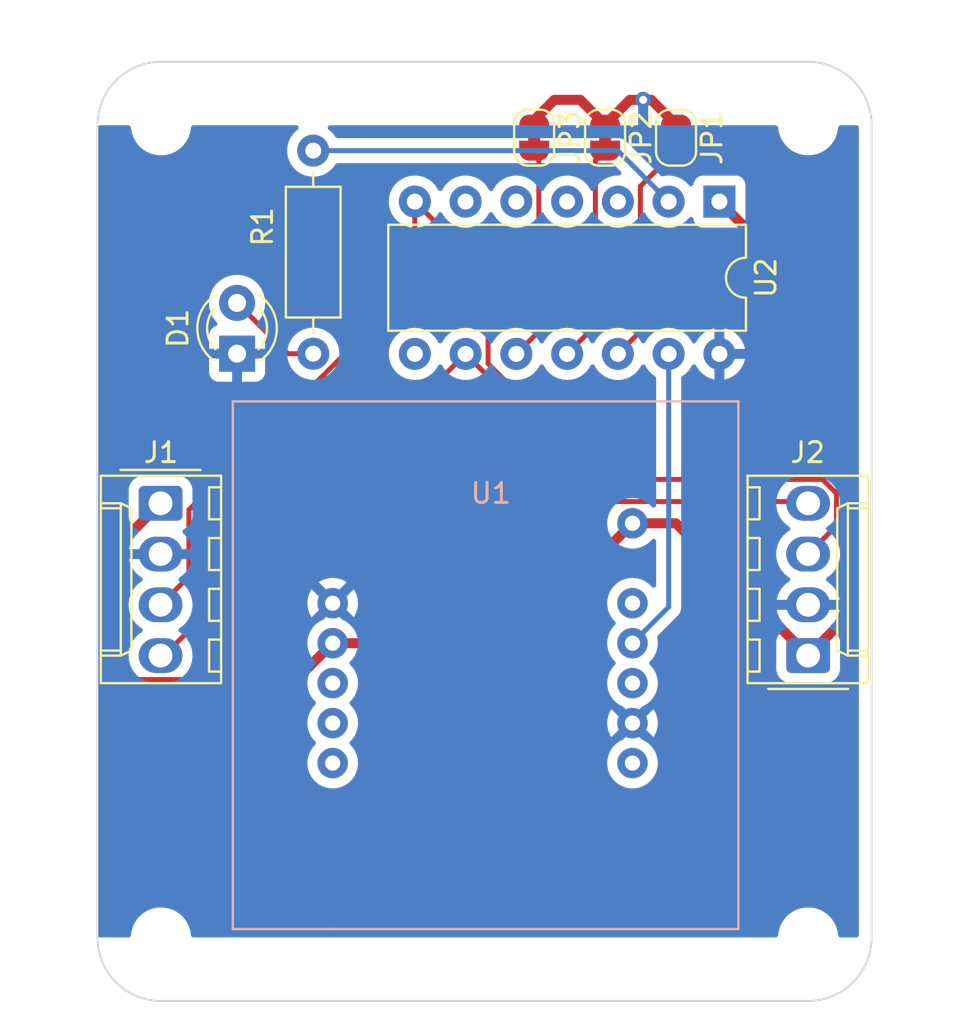
<source format=kicad_pcb>
(kicad_pcb (version 20221018) (generator pcbnew)
  (layers (0 "F.Cu" signal) (31 "B.Cu" signal) (34 "B.Paste" user) (35 "F.Paste" user) (36 "B.SilkS" user "B.Silkscreen") (37 "F.SilkS" user "F.Silkscreen") (38 "B.Mask" user) (39 "F.Mask" user) (44 "Edge.Cuts" user))
  (net 0 "")
  (net 1 "GND")
  (net 2 "Net-(D1-A)")
  (net 3 "+5V")
  (net 4 "/SDA")
  (net 5 "/SCL")
  (net 6 "Net-(U2-XTAL1{slash}PB0)")
  (net 12 "Net-(U1-D0)")
  (net 19 "Net-(JP1-B)")
  (net 20 "Net-(JP2-B)")
  (net 21 "Net-(JP3-B)")
  (footprint "MountingHole:MountingHole_2.5mm" (layer "F.Cu") (at 102.87 72.39)
    (fp_text reference "REF**" hide)
    (fp_text value "MountingHole_2.5mm")
    (pad "" np_thru_hole circle (at 0 0) (size 2.5 2.5) (drill 2.5) (layers "*.Cu" "*.Mask"))
  )
  (footprint "SMM:KK-1x04" (layer "F.Cu") (at 102.85 50.665 -90)
    (fp_text reference "J1" (at -2.54 -0.02 -180) (layer "F.SilkS"))
    (fp_text value "Conn_01x04")
    (fp_line (start -1.67 -2) (end -1.67 2) (stroke (width 0.12)) (layer "F.SilkS"))
    (fp_line (start -1.38 -3.03) (end -1.38 2.99) (stroke (width 0.12)) (layer "F.SilkS"))
    (fp_line (start -1.38 2.99) (end 9 2.99) (stroke (width 0.12)) (layer "F.SilkS"))
    (fp_line (start -0.8 -3.03) (end -0.8 -2.43) (stroke (width 0.12)) (layer "F.SilkS"))
    (fp_line (start -0.8 -2.43) (end 0.8 -2.43) (stroke (width 0.12)) (layer "F.SilkS"))
    (fp_line (start 0 1.99) (end 0.25 1.46) (stroke (width 0.12)) (layer "F.SilkS"))
    (fp_line (start 0 1.99) (end 7.62 1.99) (stroke (width 0.12)) (layer "F.SilkS"))
    (fp_line (start 0 2.99) (end 0 1.99) (stroke (width 0.12)) (layer "F.SilkS"))
    (fp_line (start 0.25 1.46) (end 7.37 1.46) (stroke (width 0.12)) (layer "F.SilkS"))
    (fp_line (start 0.25 2.99) (end 0.25 1.99) (stroke (width 0.12)) (layer "F.SilkS"))
    (fp_line (start 0.8 -2.43) (end 0.8 -3.03) (stroke (width 0.12)) (layer "F.SilkS"))
    (fp_line (start 1.74 -3.03) (end 1.74 -2.43) (stroke (width 0.12)) (layer "F.SilkS"))
    (fp_line (start 1.74 -2.43) (end 3.34 -2.43) (stroke (width 0.12)) (layer "F.SilkS"))
    (fp_line (start 3.34 -2.43) (end 3.34 -3.03) (stroke (width 0.12)) (layer "F.SilkS"))
    (fp_line (start 4.28 -3.03) (end 4.28 -2.43) (stroke (width 0.12)) (layer "F.SilkS"))
    (fp_line (start 4.28 -2.43) (end 5.88 -2.43) (stroke (width 0.12)) (layer "F.SilkS"))
    (fp_line (start 5.88 -2.43) (end 5.88 -3.03) (stroke (width 0.12)) (layer "F.SilkS"))
    (fp_line (start 6.82 -3.03) (end 6.82 -2.43) (stroke (width 0.12)) (layer "F.SilkS"))
    (fp_line (start 6.82 -2.43) (end 8.42 -2.43) (stroke (width 0.12)) (layer "F.SilkS"))
    (fp_line (start 7.37 1.46) (end 7.62 1.99) (stroke (width 0.12)) (layer "F.SilkS"))
    (fp_line (start 7.37 2.99) (end 7.37 1.99) (stroke (width 0.12)) (layer "F.SilkS"))
    (fp_line (start 7.62 1.99) (end 7.62 2.99) (stroke (width 0.12)) (layer "F.SilkS"))
    (fp_line (start 8.42 -2.43) (end 8.42 -3.03) (stroke (width 0.12)) (layer "F.SilkS"))
    (fp_line (start 9 -3.03) (end -1.38 -3.03) (stroke (width 0.12)) (layer "F.SilkS"))
    (fp_line (start 9 2.99) (end 9 -3.03) (stroke (width 0.12)) (layer "F.SilkS"))
    (pad "1" thru_hole roundrect (at 0 0 270) (size 1.74 2.19) (drill 1.19) (layers "*.Cu" "*.Mask") (roundrect_rratio 0.1436781609) (net 3 "+5V"))
    (pad "2" thru_hole oval (at 2.54 0 270) (size 1.74 2.19) (drill 1.19) (layers "*.Cu" "*.Mask") (net 1 "GND"))
    (pad "3" thru_hole oval (at 5.08 0 270) (size 1.74 2.19) (drill 1.19) (layers "*.Cu" "*.Mask") (net 4 "/SDA"))
    (pad "4" thru_hole oval (at 7.62 0 270) (size 1.74 2.19) (drill 1.19) (layers "*.Cu" "*.Mask") (net 5 "/SCL"))
  )
  (footprint "SMM:ID-12LA-Inverted" (layer "F.Cu") (at 126.705 55.665)
    (fp_text reference "U1" (at -7.325 -5.5) (layer "B.SilkS"))
    (fp_text value "ID12-LA")
    (fp_line (start -20.24 -10.1) (end -20.24 16.3) (stroke (width 0.12)) (layer "B.SilkS"))
    (fp_line (start -20.24 16.3) (end -15.24 16.3) (stroke (width 0.12)) (layer "B.SilkS"))
    (fp_line (start -15.24 16.3) (end 5.06 16.3) (stroke (width 0.12)) (layer "B.SilkS"))
    (fp_line (start 5.06 -10.1) (end -20.24 -10.1) (stroke (width 0.12)) (layer "B.SilkS"))
    (fp_line (start 5.06 16.3) (end 5.06 -10.1) (stroke (width 0.12)) (layer "B.SilkS"))
    (pad "1" thru_hole circle (at -15.24 0) (size 1.524 1.524) (drill 0.762) (layers "*.Cu" "*.Mask") (net 1 "GND"))
    (pad "2" thru_hole circle (at -15.24 2) (size 1.524 1.524) (drill 0.762) (layers "*.Cu" "*.Mask") (net 3 "+5V"))
    (pad "3" thru_hole circle (at -15.24 4) (size 1.524 1.524) (drill 0.762) (layers "*.Cu" "*.Mask"))
    (pad "4" thru_hole circle (at -15.24 6) (size 1.524 1.524) (drill 0.762) (layers "*.Cu" "*.Mask"))
    (pad "5" thru_hole circle (at -15.24 8) (size 1.524 1.524) (drill 0.762) (layers "*.Cu" "*.Mask"))
    (pad "6" thru_hole circle (at -0.24 8) (size 1.524 1.524) (drill 0.762) (layers "*.Cu" "*.Mask"))
    (pad "7" thru_hole circle (at -0.24 6) (size 1.524 1.524) (drill 0.762) (layers "*.Cu" "*.Mask") (net 1 "GND"))
    (pad "8" thru_hole circle (at -0.24 4) (size 1.524 1.524) (drill 0.762) (layers "*.Cu" "*.Mask"))
    (pad "9" thru_hole circle (at -0.24 2) (size 1.524 1.524) (drill 0.762) (layers "*.Cu" "*.Mask") (net 12 "Net-(U1-D0)"))
    (pad "10" thru_hole circle (at -0.24 0) (size 1.524 1.524) (drill 0.762) (layers "*.Cu" "*.Mask"))
    (pad "11" thru_hole circle (at -0.24 -4) (size 1.524 1.524) (drill 0.762) (layers "*.Cu" "*.Mask") (net 3 "+5V"))
  )
  (footprint "Jumper:SolderJumper-2_P1.3mm_Bridged_RoundedPad1.0x1.5mm" (layer "F.Cu") (at 121.545 32.37 -90)
    (fp_text reference "JP3" (at 0 -1.8 90) (layer "F.SilkS"))
    (fp_text value "Jumper_2_Bridged")
    (fp_poly (pts (xy 0.25 -0.3) (xy -0.25 -0.3) (xy -0.25 0.3) (xy 0.25 0.3)) (fill solid) (layer "F.Cu"))
    (fp_line (start -1.4 0.3) (end -1.4 -0.3) (stroke (width 0.12)) (layer "F.SilkS"))
    (fp_line (start -0.7 -1) (end 0.7 -1) (stroke (width 0.12)) (layer "F.SilkS"))
    (fp_line (start 0.7 1) (end -0.7 1) (stroke (width 0.12)) (layer "F.SilkS"))
    (fp_line (start 1.4 -0.3) (end 1.4 0.3) (stroke (width 0.12)) (layer "F.SilkS"))
    (fp_arc (start -1.4 -0.3) (mid -1.194975 -0.794975) (end -0.7 -1) (stroke (width 0.12)) (layer "F.SilkS"))
    (fp_arc (start -0.7 1) (mid -1.194975 0.794975) (end -1.4 0.3) (stroke (width 0.12)) (layer "F.SilkS"))
    (fp_arc (start 0.7 -1) (mid 1.194975 -0.794975) (end 1.4 -0.3) (stroke (width 0.12)) (layer "F.SilkS"))
    (fp_arc (start 1.4 0.3) (mid 1.194975 0.794975) (end 0.7 1) (stroke (width 0.12)) (layer "F.SilkS"))
    (pad "1" smd custom (at -0.65 0 270) (size 1 0.5) (layers "F.Cu" "F.Mask") (net 1 "GND") (options (clearance outline) (anchor rect)) (primitives (gr_circle (center 0 0.25) (end 0.5 0.25) (width 0) (fill yes)) (gr_circle (center 0 -0.25) (end 0.5 -0.25) (width 0) (fill yes)) (gr_poly (pts (xy 0.5 0.75) (xy 0 0.75) (xy 0 -0.75) (xy 0.5 -0.75)) (width 0) (fill yes))))
    (pad "2" smd custom (at 0.65 0 270) (size 1 0.5) (layers "F.Cu" "F.Mask") (net 21 "Net-(JP3-B)") (options (clearance outline) (anchor rect)) (primitives (gr_circle (center 0 0.25) (end 0.5 0.25) (width 0) (fill yes)) (gr_circle (center 0 -0.25) (end 0.5 -0.25) (width 0) (fill yes)) (gr_poly (pts (xy 0 0.75) (xy -0.5 0.75) (xy -0.5 -0.75) (xy 0 -0.75)) (width 0) (fill yes))))
  )
  (footprint "MountingHole:MountingHole_2.5mm" (layer "F.Cu") (at 135.255 31.75)
    (fp_text reference "REF**" hide)
    (fp_text value "MountingHole_2.5mm")
    (pad "" np_thru_hole circle (at 0 0) (size 2.5 2.5) (drill 2.5) (layers "*.Cu" "*.Mask"))
  )
  (footprint "SMM:Resistor_L6.3mm_D2.5mm_P10.16mm_Horizontal" (layer "F.Cu") (at 110.49 33.02 -90)
    (fp_text reference "R1" (at 3.81 2.54 90) (layer "F.SilkS"))
    (fp_text value "R")
    (fp_line (start 1.04 0) (end 1.81 0) (stroke (width 0.12)) (layer "F.SilkS"))
    (fp_line (start 1.81 -1.37) (end 1.81 1.37) (stroke (width 0.12)) (layer "F.SilkS"))
    (fp_line (start 1.81 1.37) (end 8.35 1.37) (stroke (width 0.12)) (layer "F.SilkS"))
    (fp_line (start 8.35 -1.37) (end 1.81 -1.37) (stroke (width 0.12)) (layer "F.SilkS"))
    (fp_line (start 8.35 1.37) (end 8.35 -1.37) (stroke (width 0.12)) (layer "F.SilkS"))
    (fp_line (start 9.12 0) (end 8.35 0) (stroke (width 0.12)) (layer "F.SilkS"))
    (pad "1" thru_hole circle (at 0 0 270) (size 1.6 1.6) (drill 0.8) (layers "*.Cu" "*.Mask") (net 6 "Net-(U2-XTAL1{slash}PB0)"))
    (pad "2" thru_hole oval (at 10.16 0 270) (size 1.6 1.6) (drill 0.8) (layers "*.Cu" "*.Mask") (net 2 "Net-(D1-A)"))
  )
  (footprint "SMM:LED_D3.0mm" (layer "F.Cu") (at 106.68 43.18 90)
    (fp_text reference "D1" (at 1.27 -2.96 90) (layer "F.SilkS"))
    (fp_text value "LED")
    (fp_line (start -0.29 -1.236) (end -0.29 -1.08) (stroke (width 0.12)) (layer "F.SilkS"))
    (fp_line (start -0.29 1.08) (end -0.29 1.236) (stroke (width 0.12)) (layer "F.SilkS"))
    (fp_arc (start -0.29 -1.235516) (mid 1.366487 -1.987659) (end 2.942335 -1.078608) (stroke (width 0.12)) (layer "F.SilkS"))
    (fp_arc (start 0.229039 -1.08) (mid 1.270117 -1.5) (end 2.31113 -1.079837) (stroke (width 0.12)) (layer "F.SilkS"))
    (fp_arc (start 2.31113 1.079837) (mid 1.270117 1.5) (end 0.229039 1.08) (stroke (width 0.12)) (layer "F.SilkS"))
    (fp_arc (start 2.942335 1.078608) (mid 1.366487 1.987659) (end -0.29 1.235516) (stroke (width 0.12)) (layer "F.SilkS"))
    (pad "1" thru_hole rect (at 0 0 90) (size 1.8 1.8) (drill 0.9) (layers "*.Cu" "*.Mask") (net 1 "GND"))
    (pad "2" thru_hole circle (at 2.54 0 90) (size 1.8 1.8) (drill 0.9) (layers "*.Cu" "*.Mask") (net 2 "Net-(D1-A)"))
  )
  (footprint "MountingHole:MountingHole_2.5mm" (layer "F.Cu") (at 135.255 72.39)
    (fp_text reference "REF**" hide)
    (fp_text value "MountingHole_2.5mm")
    (pad "" np_thru_hole circle (at 0 0) (size 2.5 2.5) (drill 2.5) (layers "*.Cu" "*.Mask"))
  )
  (footprint "Jumper:SolderJumper-2_P1.3mm_Bridged_RoundedPad1.0x1.5mm" (layer "F.Cu") (at 128.645 32.37 -90)
    (fp_text reference "JP1" (at 0 -1.8 90) (layer "F.SilkS"))
    (fp_text value "Jumper_2_Bridged")
    (fp_poly (pts (xy 0.25 -0.3) (xy -0.25 -0.3) (xy -0.25 0.3) (xy 0.25 0.3)) (fill solid) (layer "F.Cu"))
    (fp_line (start -1.4 0.3) (end -1.4 -0.3) (stroke (width 0.12)) (layer "F.SilkS"))
    (fp_line (start -0.7 -1) (end 0.7 -1) (stroke (width 0.12)) (layer "F.SilkS"))
    (fp_line (start 0.7 1) (end -0.7 1) (stroke (width 0.12)) (layer "F.SilkS"))
    (fp_line (start 1.4 -0.3) (end 1.4 0.3) (stroke (width 0.12)) (layer "F.SilkS"))
    (fp_arc (start -1.4 -0.3) (mid -1.194975 -0.794975) (end -0.7 -1) (stroke (width 0.12)) (layer "F.SilkS"))
    (fp_arc (start -0.7 1) (mid -1.194975 0.794975) (end -1.4 0.3) (stroke (width 0.12)) (layer "F.SilkS"))
    (fp_arc (start 0.7 -1) (mid 1.194975 -0.794975) (end 1.4 -0.3) (stroke (width 0.12)) (layer "F.SilkS"))
    (fp_arc (start 1.4 0.3) (mid 1.194975 0.794975) (end 0.7 1) (stroke (width 0.12)) (layer "F.SilkS"))
    (pad "1" smd custom (at -0.65 0 270) (size 1 0.5) (layers "F.Cu" "F.Mask") (net 1 "GND") (options (clearance outline) (anchor rect)) (primitives (gr_circle (center 0 0.25) (end 0.5 0.25) (width 0) (fill yes)) (gr_circle (center 0 -0.25) (end 0.5 -0.25) (width 0) (fill yes)) (gr_poly (pts (xy 0.5 0.75) (xy 0 0.75) (xy 0 -0.75) (xy 0.5 -0.75)) (width 0) (fill yes))))
    (pad "2" smd custom (at 0.65 0 270) (size 1 0.5) (layers "F.Cu" "F.Mask") (net 19 "Net-(JP1-B)") (options (clearance outline) (anchor rect)) (primitives (gr_circle (center 0 0.25) (end 0.5 0.25) (width 0) (fill yes)) (gr_circle (center 0 -0.25) (end 0.5 -0.25) (width 0) (fill yes)) (gr_poly (pts (xy 0 0.75) (xy -0.5 0.75) (xy -0.5 -0.75) (xy 0 -0.75)) (width 0) (fill yes))))
  )
  (footprint "MountingHole:MountingHole_2.5mm" (layer "F.Cu") (at 102.87 31.75)
    (fp_text reference "REF**" hide)
    (fp_text value "MountingHole_2.5mm")
    (pad "" np_thru_hole circle (at 0 0) (size 2.5 2.5) (drill 2.5) (layers "*.Cu" "*.Mask"))
  )
  (footprint "Jumper:SolderJumper-2_P1.3mm_Bridged_RoundedPad1.0x1.5mm" (layer "F.Cu") (at 125.095 32.37 -90)
    (fp_text reference "JP2" (at 0 -1.8 90) (layer "F.SilkS"))
    (fp_text value "Jumper_2_Bridged")
    (fp_poly (pts (xy 0.25 -0.3) (xy -0.25 -0.3) (xy -0.25 0.3) (xy 0.25 0.3)) (fill solid) (layer "F.Cu"))
    (fp_line (start -1.4 0.3) (end -1.4 -0.3) (stroke (width 0.12)) (layer "F.SilkS"))
    (fp_line (start -0.7 -1) (end 0.7 -1) (stroke (width 0.12)) (layer "F.SilkS"))
    (fp_line (start 0.7 1) (end -0.7 1) (stroke (width 0.12)) (layer "F.SilkS"))
    (fp_line (start 1.4 -0.3) (end 1.4 0.3) (stroke (width 0.12)) (layer "F.SilkS"))
    (fp_arc (start -1.4 -0.3) (mid -1.194975 -0.794975) (end -0.7 -1) (stroke (width 0.12)) (layer "F.SilkS"))
    (fp_arc (start -0.7 1) (mid -1.194975 0.794975) (end -1.4 0.3) (stroke (width 0.12)) (layer "F.SilkS"))
    (fp_arc (start 0.7 -1) (mid 1.194975 -0.794975) (end 1.4 -0.3) (stroke (width 0.12)) (layer "F.SilkS"))
    (fp_arc (start 1.4 0.3) (mid 1.194975 0.794975) (end 0.7 1) (stroke (width 0.12)) (layer "F.SilkS"))
    (pad "1" smd custom (at -0.65 0 270) (size 1 0.5) (layers "F.Cu" "F.Mask") (net 1 "GND") (options (clearance outline) (anchor rect)) (primitives (gr_circle (center 0 0.25) (end 0.5 0.25) (width 0) (fill yes)) (gr_circle (center 0 -0.25) (end 0.5 -0.25) (width 0) (fill yes)) (gr_poly (pts (xy 0.5 0.75) (xy 0 0.75) (xy 0 -0.75) (xy 0.5 -0.75)) (width 0) (fill yes))))
    (pad "2" smd custom (at 0.65 0 270) (size 1 0.5) (layers "F.Cu" "F.Mask") (net 20 "Net-(JP2-B)") (options (clearance outline) (anchor rect)) (primitives (gr_circle (center 0 0.25) (end 0.5 0.25) (width 0) (fill yes)) (gr_circle (center 0 -0.25) (end 0.5 -0.25) (width 0) (fill yes)) (gr_poly (pts (xy 0 0.75) (xy -0.5 0.75) (xy -0.5 -0.75) (xy 0 -0.75)) (width 0) (fill yes))))
  )
  (footprint "SMM:KK-1x04" (layer "F.Cu") (at 135.255 58.285 90)
    (fp_text reference "J2" (at 10.16 -0.02 180) (layer "F.SilkS"))
    (fp_text value "Conn_01x04")
    (fp_line (start -1.67 -2) (end -1.67 2) (stroke (width 0.12)) (layer "F.SilkS"))
    (fp_line (start -1.38 -3.03) (end -1.38 2.99) (stroke (width 0.12)) (layer "F.SilkS"))
    (fp_line (start -1.38 2.99) (end 9 2.99) (stroke (width 0.12)) (layer "F.SilkS"))
    (fp_line (start -0.8 -3.03) (end -0.8 -2.43) (stroke (width 0.12)) (layer "F.SilkS"))
    (fp_line (start -0.8 -2.43) (end 0.8 -2.43) (stroke (width 0.12)) (layer "F.SilkS"))
    (fp_line (start 0 1.99) (end 0.25 1.46) (stroke (width 0.12)) (layer "F.SilkS"))
    (fp_line (start 0 1.99) (end 7.62 1.99) (stroke (width 0.12)) (layer "F.SilkS"))
    (fp_line (start 0 2.99) (end 0 1.99) (stroke (width 0.12)) (layer "F.SilkS"))
    (fp_line (start 0.25 1.46) (end 7.37 1.46) (stroke (width 0.12)) (layer "F.SilkS"))
    (fp_line (start 0.25 2.99) (end 0.25 1.99) (stroke (width 0.12)) (layer "F.SilkS"))
    (fp_line (start 0.8 -2.43) (end 0.8 -3.03) (stroke (width 0.12)) (layer "F.SilkS"))
    (fp_line (start 1.74 -3.03) (end 1.74 -2.43) (stroke (width 0.12)) (layer "F.SilkS"))
    (fp_line (start 1.74 -2.43) (end 3.34 -2.43) (stroke (width 0.12)) (layer "F.SilkS"))
    (fp_line (start 3.34 -2.43) (end 3.34 -3.03) (stroke (width 0.12)) (layer "F.SilkS"))
    (fp_line (start 4.28 -3.03) (end 4.28 -2.43) (stroke (width 0.12)) (layer "F.SilkS"))
    (fp_line (start 4.28 -2.43) (end 5.88 -2.43) (stroke (width 0.12)) (layer "F.SilkS"))
    (fp_line (start 5.88 -2.43) (end 5.88 -3.03) (stroke (width 0.12)) (layer "F.SilkS"))
    (fp_line (start 6.82 -3.03) (end 6.82 -2.43) (stroke (width 0.12)) (layer "F.SilkS"))
    (fp_line (start 6.82 -2.43) (end 8.42 -2.43) (stroke (width 0.12)) (layer "F.SilkS"))
    (fp_line (start 7.37 1.46) (end 7.62 1.99) (stroke (width 0.12)) (layer "F.SilkS"))
    (fp_line (start 7.37 2.99) (end 7.37 1.99) (stroke (width 0.12)) (layer "F.SilkS"))
    (fp_line (start 7.62 1.99) (end 7.62 2.99) (stroke (width 0.12)) (layer "F.SilkS"))
    (fp_line (start 8.42 -2.43) (end 8.42 -3.03) (stroke (width 0.12)) (layer "F.SilkS"))
    (fp_line (start 9 -3.03) (end -1.38 -3.03) (stroke (width 0.12)) (layer "F.SilkS"))
    (fp_line (start 9 2.99) (end 9 -3.03) (stroke (width 0.12)) (layer "F.SilkS"))
    (pad "1" thru_hole roundrect (at 0 0 90) (size 1.74 2.19) (drill 1.19) (layers "*.Cu" "*.Mask") (roundrect_rratio 0.1436781609) (net 3 "+5V"))
    (pad "2" thru_hole oval (at 2.54 0 90) (size 1.74 2.19) (drill 1.19) (layers "*.Cu" "*.Mask") (net 1 "GND"))
    (pad "3" thru_hole oval (at 5.08 0 90) (size 1.74 2.19) (drill 1.19) (layers "*.Cu" "*.Mask") (net 4 "/SDA"))
    (pad "4" thru_hole oval (at 7.62 0 90) (size 1.74 2.19) (drill 1.19) (layers "*.Cu" "*.Mask") (net 5 "/SCL"))
  )
  (footprint "Package_DIP:DIP-14_W7.62mm" (layer "F.Cu") (at 130.815 35.57 -90)
    (fp_text reference "U2" (at 3.81 -2.33 90) (layer "F.SilkS"))
    (fp_text value "ATtiny84-20P")
    (fp_line (start 1.16 -1.33) (end 1.16 16.57) (stroke (width 0.12)) (layer "F.SilkS"))
    (fp_line (start 1.16 16.57) (end 6.46 16.57) (stroke (width 0.12)) (layer "F.SilkS"))
    (fp_line (start 2.81 -1.33) (end 1.16 -1.33) (stroke (width 0.12)) (layer "F.SilkS"))
    (fp_line (start 6.46 -1.33) (end 4.81 -1.33) (stroke (width 0.12)) (layer "F.SilkS"))
    (fp_line (start 6.46 16.57) (end 6.46 -1.33) (stroke (width 0.12)) (layer "F.SilkS"))
    (fp_arc (start 4.81 -1.33) (mid 3.81 -0.33) (end 2.81 -1.33) (stroke (width 0.12)) (layer "F.SilkS"))
    (pad "1" thru_hole rect (at 0 0 270) (size 1.6 1.6) (drill 0.8) (layers "*.Cu" "*.Mask") (net 3 "+5V"))
    (pad "2" thru_hole oval (at 0 2.54 270) (size 1.6 1.6) (drill 0.8) (layers "*.Cu" "*.Mask") (net 6 "Net-(U2-XTAL1{slash}PB0)"))
    (pad "3" thru_hole oval (at 0 5.08 270) (size 1.6 1.6) (drill 0.8) (layers "*.Cu" "*.Mask"))
    (pad "4" thru_hole oval (at 0 7.62 270) (size 1.6 1.6) (drill 0.8) (layers "*.Cu" "*.Mask"))
    (pad "5" thru_hole oval (at 0 10.16 270) (size 1.6 1.6) (drill 0.8) (layers "*.Cu" "*.Mask"))
    (pad "6" thru_hole oval (at 0 12.7 270) (size 1.6 1.6) (drill 0.8) (layers "*.Cu" "*.Mask"))
    (pad "7" thru_hole oval (at 0 15.24 270) (size 1.6 1.6) (drill 0.8) (layers "*.Cu" "*.Mask") (net 4 "/SDA"))
    (pad "8" thru_hole oval (at 7.62 15.24 270) (size 1.6 1.6) (drill 0.8) (layers "*.Cu" "*.Mask"))
    (pad "9" thru_hole oval (at 7.62 12.7 270) (size 1.6 1.6) (drill 0.8) (layers "*.Cu" "*.Mask") (net 5 "/SCL"))
    (pad "10" thru_hole oval (at 7.62 10.16 270) (size 1.6 1.6) (drill 0.8) (layers "*.Cu" "*.Mask") (net 21 "Net-(JP3-B)"))
    (pad "11" thru_hole oval (at 7.62 7.62 270) (size 1.6 1.6) (drill 0.8) (layers "*.Cu" "*.Mask") (net 20 "Net-(JP2-B)"))
    (pad "12" thru_hole oval (at 7.62 5.08 270) (size 1.6 1.6) (drill 0.8) (layers "*.Cu" "*.Mask") (net 19 "Net-(JP1-B)"))
    (pad "13" thru_hole oval (at 7.62 2.54 270) (size 1.6 1.6) (drill 0.8) (layers "*.Cu" "*.Mask") (net 12 "Net-(U1-D0)"))
    (pad "14" thru_hole oval (at 7.62 0 270) (size 1.6 1.6) (drill 0.8) (layers "*.Cu" "*.Mask") (net 1 "GND"))
  )
  (gr_arc (start 99.695 31.75) (mid 100.624936 29.504936) (end 102.87 28.575) (stroke (width 0.1)) (layer "Edge.Cuts"))
  (gr_line (start 102.87 28.575) (end 135.255 28.575) (stroke (width 0.1)) (layer "Edge.Cuts"))
  (gr_line (start 135.255 75.565) (end 102.87 75.565) (stroke (width 0.1)) (layer "Edge.Cuts"))
  (gr_arc (start 135.255 28.575) (mid 137.500064 29.504936) (end 138.43 31.75) (stroke (width 0.1)) (layer "Edge.Cuts"))
  (gr_line (start 138.43 31.75) (end 138.43 72.39) (stroke (width 0.1)) (layer "Edge.Cuts"))
  (gr_arc (start 102.87 75.565) (mid 100.624936 74.635064) (end 99.695 72.39) (stroke (width 0.1)) (layer "Edge.Cuts"))
  (gr_arc (start 138.43 72.39) (mid 137.500064 74.635064) (end 135.255 75.565) (stroke (width 0.1)) (layer "Edge.Cuts"))
  (gr_line (start 99.695 72.39) (end 99.695 31.75) (stroke (width 0.1)) (layer "Edge.Cuts"))
  (segment (start 121.545 31.72) (end 121.545 31.49) (width 0.5) (layer "F.Cu") (net 1))
  (segment (start 127.405 30.48) (end 128.645 31.72) (width 0.5) (layer "F.Cu") (net 1))
  (segment (start 123.855 30.48) (end 125.095 31.72) (width 0.5) (layer "F.Cu") (net 1))
  (segment (start 127 30.48) (end 127.405 30.48) (width 0.5) (layer "F.Cu") (net 1))
  (segment (start 125.095 31.72) (end 126.335 30.48) (width 0.5) (layer "F.Cu") (net 1))
  (segment (start 126.335 30.48) (end 127 30.48) (width 0.5) (layer "F.Cu") (net 1))
  (segment (start 122.555 30.48) (end 123.855 30.48) (width 0.5) (layer "F.Cu") (net 1))
  (segment (start 121.545 31.49) (end 122.555 30.48) (width 0.5) (layer "F.Cu") (net 1))
  (via (at 127 30.48) (size 0.8) (drill 0.4) (layers "F.Cu" "B.Cu") (net 1))
  (segment (start 127 30.48) (end 127 31.75) (width 0.5) (layer "B.Cu") (net 1))
  (segment (start 110.49 43.18) (end 109.22 43.18) (width 0.25) (layer "F.Cu") (net 2))
  (segment (start 109.22 43.18) (end 106.68 40.64) (width 0.25) (layer "F.Cu") (net 2))
  (segment (start 137.25 56.29) (end 135.255 58.285) (width 0.5) (layer "F.Cu") (net 3))
  (segment (start 120.465 57.665) (end 126.465 51.665) (width 0.5) (layer "F.Cu") (net 3))
  (segment (start 100.855 58.945) (end 101.515 59.605) (width 0.5) (layer "F.Cu") (net 3))
  (segment (start 101.515 59.605) (end 109.525 59.605) (width 0.5) (layer "F.Cu") (net 3))
  (segment (start 128.635 51.665) (end 135.255 58.285) (width 0.5) (layer "F.Cu") (net 3))
  (segment (start 126.465 51.665) (end 128.635 51.665) (width 0.5) (layer "F.Cu") (net 3))
  (segment (start 137.25 42.005) (end 137.25 56.29) (width 0.5) (layer "F.Cu") (net 3))
  (segment (start 130.815 35.57) (end 137.25 42.005) (width 0.5) (layer "F.Cu") (net 3))
  (segment (start 100.855 52.66) (end 100.855 58.945) (width 0.5) (layer "F.Cu") (net 3))
  (segment (start 109.525 59.605) (end 111.465 57.665) (width 0.5) (layer "F.Cu") (net 3))
  (segment (start 111.465 57.665) (end 120.465 57.665) (width 0.5) (layer "F.Cu") (net 3))
  (segment (start 102.85 50.665) (end 100.855 52.66) (width 0.5) (layer "F.Cu") (net 3))
  (segment (start 104.27 50.990991) (end 104.27 54.325) (width 0.25) (layer "F.Cu") (net 4))
  (segment (start 115.575 35.57) (end 115.575 39.685991) (width 0.25) (layer "F.Cu") (net 4))
  (segment (start 104.27 54.325) (end 102.85 55.745) (width 0.25) (layer "F.Cu") (net 4))
  (segment (start 136.675 51.785) (end 135.255 53.205) (width 0.25) (layer "F.Cu") (net 4))
  (segment (start 115.575 35.57) (end 119.24 39.235) (width 0.25) (layer "F.Cu") (net 4))
  (segment (start 119.24 43.678604) (end 125.031396 49.47) (width 0.25) (layer "F.Cu") (net 4))
  (segment (start 125.031396 49.47) (end 135.974985 49.47) (width 0.25) (layer "F.Cu") (net 4))
  (segment (start 136.675 50.170015) (end 136.675 51.785) (width 0.25) (layer "F.Cu") (net 4))
  (segment (start 135.974985 49.47) (end 136.675 50.170015) (width 0.25) (layer "F.Cu") (net 4))
  (segment (start 119.24 39.235) (end 119.24 43.678604) (width 0.25) (layer "F.Cu") (net 4))
  (segment (start 115.575 39.685991) (end 104.27 50.990991) (width 0.25) (layer "F.Cu") (net 4))
  (segment (start 118.115 43.19) (end 103.02 58.285) (width 0.25) (layer "F.Cu") (net 5))
  (segment (start 135.168 50.578) (end 135.255 50.665) (width 0.25) (layer "F.Cu") (net 5))
  (segment (start 125.503 50.578) (end 135.168 50.578) (width 0.25) (layer "F.Cu") (net 5))
  (segment (start 103.02 58.285) (end 102.85 58.285) (width 0.25) (layer "F.Cu") (net 5))
  (segment (start 118.115 43.19) (end 125.503 50.578) (width 0.25) (layer "F.Cu") (net 5))
  (segment (start 125.725 33.02) (end 128.275 35.57) (width 0.25) (layer "B.Cu") (net 6))
  (segment (start 110.49 33.02) (end 125.725 33.02) (width 0.25) (layer "B.Cu") (net 6))
  (segment (start 128.275 43.19) (end 128.275 55.855) (width 0.25) (layer "B.Cu") (net 12))
  (segment (start 128.275 55.855) (end 126.465 57.665) (width 0.25) (layer "B.Cu") (net 12))
  (segment (start 126.86 34.805) (end 126.86 42.065) (width 0.25) (layer "F.Cu") (net 19))
  (segment (start 126.86 42.065) (end 125.735 43.19) (width 0.25) (layer "F.Cu") (net 19))
  (segment (start 128.645 33.02) (end 126.86 34.805) (width 0.25) (layer "F.Cu") (net 19))
  (segment (start 125.095 33.02) (end 124.61 33.505) (width 0.25) (layer "F.Cu") (net 20))
  (segment (start 124.61 41.775) (end 123.195 43.19) (width 0.25) (layer "F.Cu") (net 20))
  (segment (start 124.61 33.505) (end 124.61 41.775) (width 0.25) (layer "F.Cu") (net 20))
  (segment (start 121.78 33.255) (end 121.78 42.065) (width 0.25) (layer "F.Cu") (net 21))
  (segment (start 121.78 42.065) (end 120.655 43.19) (width 0.25) (layer "F.Cu") (net 21))
  (segment (start 121.545 33.02) (end 121.78 33.255) (width 0.25) (layer "F.Cu") (net 21))
  (zone (net 1) (net_name "GND") (layer "B.Cu") (connect_pads (clearance 0.5)) (min_thickness 0.25) (fill yes (thermal_gap 0.5) (thermal_bridge_width 0.5))
    (polygon (pts (xy 99.695 31.75) (xy 137.795 31.75) (xy 137.795 72.39) (xy 99.695 72.39)))
  )
)
</source>
